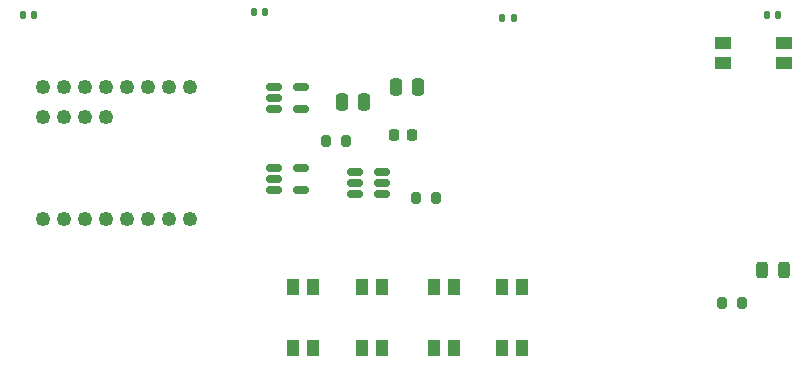
<source format=gbr>
%TF.GenerationSoftware,KiCad,Pcbnew,7.0.7*%
%TF.CreationDate,2024-09-13T11:59:40-05:00*%
%TF.ProjectId,LASK5,4c41534b-352e-46b6-9963-61645f706362,rev?*%
%TF.SameCoordinates,Original*%
%TF.FileFunction,Paste,Top*%
%TF.FilePolarity,Positive*%
%FSLAX46Y46*%
G04 Gerber Fmt 4.6, Leading zero omitted, Abs format (unit mm)*
G04 Created by KiCad (PCBNEW 7.0.7) date 2024-09-13 11:59:40*
%MOMM*%
%LPD*%
G01*
G04 APERTURE LIST*
G04 Aperture macros list*
%AMRoundRect*
0 Rectangle with rounded corners*
0 $1 Rounding radius*
0 $2 $3 $4 $5 $6 $7 $8 $9 X,Y pos of 4 corners*
0 Add a 4 corners polygon primitive as box body*
4,1,4,$2,$3,$4,$5,$6,$7,$8,$9,$2,$3,0*
0 Add four circle primitives for the rounded corners*
1,1,$1+$1,$2,$3*
1,1,$1+$1,$4,$5*
1,1,$1+$1,$6,$7*
1,1,$1+$1,$8,$9*
0 Add four rect primitives between the rounded corners*
20,1,$1+$1,$2,$3,$4,$5,0*
20,1,$1+$1,$4,$5,$6,$7,0*
20,1,$1+$1,$6,$7,$8,$9,0*
20,1,$1+$1,$8,$9,$2,$3,0*%
G04 Aperture macros list end*
%ADD10RoundRect,0.140000X-0.140000X-0.170000X0.140000X-0.170000X0.140000X0.170000X-0.140000X0.170000X0*%
%ADD11RoundRect,0.200000X-0.200000X-0.275000X0.200000X-0.275000X0.200000X0.275000X-0.200000X0.275000X0*%
%ADD12RoundRect,0.250000X0.250000X0.475000X-0.250000X0.475000X-0.250000X-0.475000X0.250000X-0.475000X0*%
%ADD13RoundRect,0.150000X-0.512500X-0.150000X0.512500X-0.150000X0.512500X0.150000X-0.512500X0.150000X0*%
%ADD14R,1.000000X1.450000*%
%ADD15R,1.450000X1.000000*%
%ADD16RoundRect,0.225000X-0.225000X-0.250000X0.225000X-0.250000X0.225000X0.250000X-0.225000X0.250000X0*%
%ADD17RoundRect,0.243750X-0.243750X-0.456250X0.243750X-0.456250X0.243750X0.456250X-0.243750X0.456250X0*%
%ADD18RoundRect,0.250000X-0.250000X-0.475000X0.250000X-0.475000X0.250000X0.475000X-0.250000X0.475000X0*%
%ADD19C,1.250000*%
G04 APERTURE END LIST*
D10*
%TO.C,C2*%
X122484000Y-71120000D03*
X123444000Y-71120000D03*
%TD*%
D11*
%TO.C,R4*%
X148210000Y-81788000D03*
X149860000Y-81788000D03*
%TD*%
D12*
%TO.C,C6*%
X151384000Y-78486000D03*
X149484000Y-78486000D03*
%TD*%
D13*
%TO.C,U4*%
X143764000Y-84074000D03*
X143764000Y-85024000D03*
X143764000Y-85974000D03*
X146039000Y-85974000D03*
X146039000Y-84074000D03*
%TD*%
D14*
%TO.C,SW4*%
X151208000Y-94164000D03*
X152908000Y-94164000D03*
X151208000Y-99314000D03*
X152908000Y-99314000D03*
%TD*%
D15*
%TO.C,SW3*%
X181794000Y-75184000D03*
X181794000Y-73484000D03*
X186944000Y-75184000D03*
X186944000Y-73484000D03*
%TD*%
D16*
%TO.C,C8*%
X153898000Y-81280000D03*
X155448000Y-81280000D03*
%TD*%
D13*
%TO.C,U3*%
X143764000Y-77216000D03*
X143764000Y-78166000D03*
X143764000Y-79116000D03*
X146039000Y-79116000D03*
X146039000Y-77216000D03*
%TD*%
D11*
%TO.C,R3*%
X155830000Y-86614000D03*
X157480000Y-86614000D03*
%TD*%
D10*
%TO.C,C4*%
X142042000Y-70866000D03*
X143002000Y-70866000D03*
%TD*%
%TO.C,C3*%
X185476000Y-71120000D03*
X186436000Y-71120000D03*
%TD*%
D14*
%TO.C,SW6*%
X163068000Y-94164000D03*
X164768000Y-94164000D03*
X163068000Y-99314000D03*
X164768000Y-99314000D03*
%TD*%
%TO.C,SW5*%
X157304000Y-94164000D03*
X159004000Y-94164000D03*
X157304000Y-99314000D03*
X159004000Y-99314000D03*
%TD*%
D17*
%TO.C,D2*%
X185069000Y-92710000D03*
X186944000Y-92710000D03*
%TD*%
D11*
%TO.C,R5*%
X181738000Y-95504000D03*
X183388000Y-95504000D03*
%TD*%
D18*
%TO.C,C7*%
X154056000Y-77216000D03*
X155956000Y-77216000D03*
%TD*%
D10*
%TO.C,C1*%
X163096000Y-71374000D03*
X164056000Y-71374000D03*
%TD*%
D19*
%TO.C,U1*%
X136652000Y-77216000D03*
X134874000Y-77216000D03*
X133096000Y-77216000D03*
X131318000Y-77216000D03*
X129540000Y-77216000D03*
X127762000Y-77216000D03*
X125984000Y-77216000D03*
X124206000Y-77216000D03*
X129540000Y-79756000D03*
X127762000Y-79756000D03*
X125984000Y-79756000D03*
X124206000Y-79756000D03*
X136652000Y-88392000D03*
X134874000Y-88392000D03*
X133096000Y-88392000D03*
X131318000Y-88392000D03*
X129540000Y-88392000D03*
X127762000Y-88392000D03*
X125984000Y-88392000D03*
X124206000Y-88392000D03*
%TD*%
D13*
%TO.C,MAX1*%
X150622000Y-84394000D03*
X150622000Y-85344000D03*
X150622000Y-86294000D03*
X152897000Y-86294000D03*
X152897000Y-85344000D03*
X152897000Y-84394000D03*
%TD*%
D14*
%TO.C,SW2*%
X145366000Y-94164000D03*
X147066000Y-94164000D03*
X145366000Y-99314000D03*
X147066000Y-99314000D03*
%TD*%
M02*

</source>
